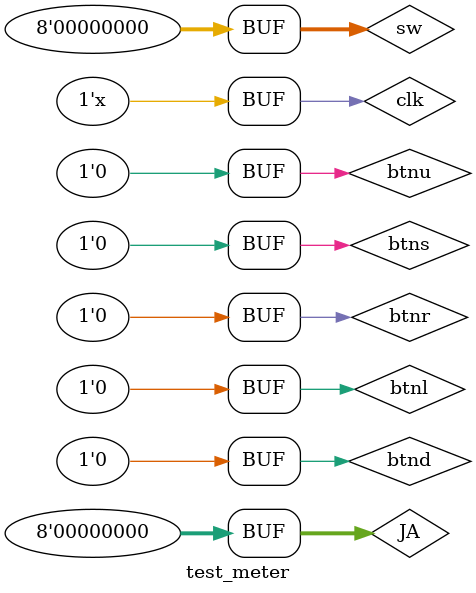
<source format=v>
`timescale 1ns / 1ps


module test_meter;

	// Inputs
	reg clk;
	reg [7:0] sw;
	reg btns;
	reg btnu;
	reg btnl;
	reg btnd;
	reg btnr;
	reg [7:0] JA;

	// Outputs
	wire [7:0] seg;
	wire [3:0] an;

	// Instantiate the Unit Under Test (UUT)
	parking_meter uut (
		.clk(clk), 
		.sw(sw), 
		.btns(btns), 
		.btnu(btnu), 
		.btnl(btnl), 
		.btnd(btnd), 
		.btnr(btnr), 
		.JA(JA), 
		.seg(seg), 
		.an(an)
	);

	always #1 clk = ~clk;

	initial begin
		// Initialize Inputs
		clk = 0;
		sw = 0;
		btns = 0;
		btnu = 0;
		btnl = 0;
		btnd = 0;
		btnr = 0;
		JA = 0;

		// Wait 100 ns for global reset to finish
		#100 btnr = 1;
        
		// Add stimulus here
		#200000 btnr = 0;
	end
      
endmodule


</source>
